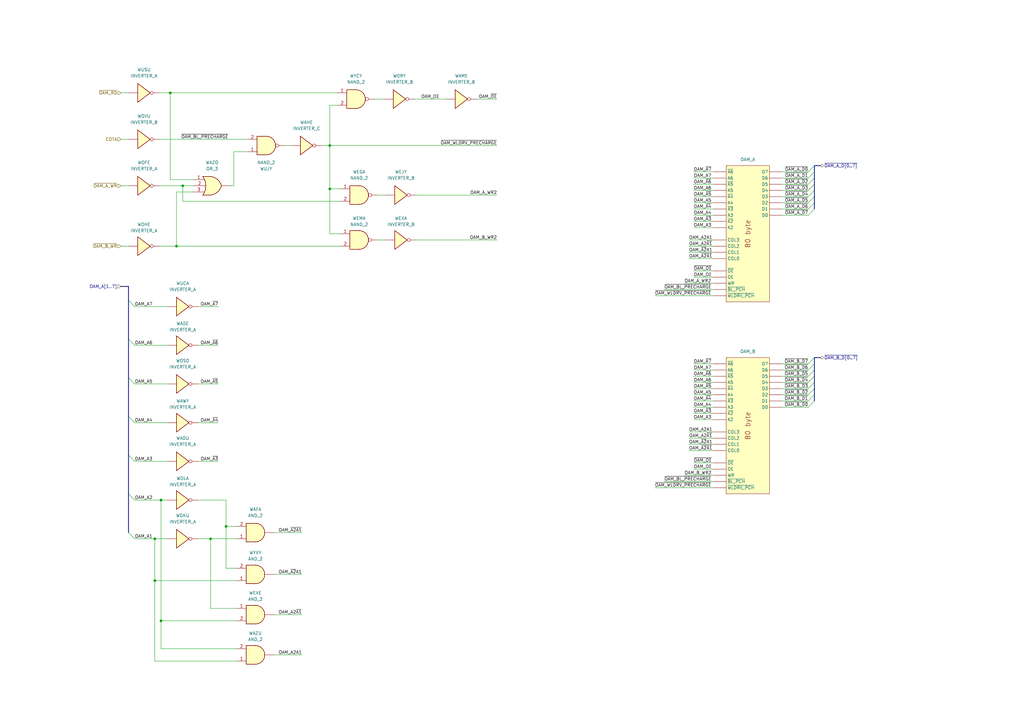
<source format=kicad_sch>
(kicad_sch (version 20230121) (generator eeschema)
  (paper "A3")
  (title_block (title "DMG-CPU B") (date "2023-04-22") (rev "0.5") (company "CC-BY-SA-4.0 Régis Galland & Michael Singer -- Derived work from Furrtek") (comment 1 "https://github.com/msinger/dmg-schematics"))
  (lib_symbols
    (symbol "DMG_CPU_Cells:AND_2" (pin_names hide)
      (property "Reference" "U" (at 0 5.08 0))
      (property "Value" "AND_2" (at 0 -5.08 0))
      (symbol "AND_2_1_1"
        (arc (start 0 -3.81) (mid 3.7825 0) (end 0 3.81) (stroke (width 0.254)) (fill (type background)))
        (polyline (pts (xy 0 3.81) (xy -3.81 3.81) (xy -3.81 -3.81) (xy 0 -3.81)) (stroke (width 0.254)) (fill (type background)))
        (pin input line (at -7.62 2.54 0) (length 3.81) (name "~") (number "1"))
        (pin input line (at -7.62 -2.54 0) (length 3.81) (name "~") (number "2"))
        (pin output line (at 7.62 0 180) (length 3.81) (name "~") (number "3"))
      )
    )
    (symbol "DMG_CPU_Cells:INVERTER_A" (pin_numbers hide) (pin_names hide)
      (property "Reference" "U?" (at 0 5.08 0))
      (property "Value" "INVERTER_A" (at 0 -5.08 0))
      (symbol "INVERTER_A_1_0"
        (polyline (pts (xy -2.54 3.81) (xy -2.54 -3.81) (xy 2.54 0) (xy -2.54 3.81)) (stroke (width 0.254)) (fill (type background)))
        (pin input line (at -6.35 0 0) (length 3.81) (name "~") (number "1"))
        (pin output inverted (at 6.35 0 180) (length 3.81) (name "~") (number "2"))
      )
    )
    (symbol "DMG_CPU_Cells:INVERTER_B" (pin_numbers hide) (pin_names hide)
      (property "Reference" "U?" (at 0 5.08 0))
      (property "Value" "INVERTER_B" (at 0 -5.08 0))
      (symbol "INVERTER_B_1_0"
        (polyline (pts (xy -2.54 3.81) (xy -2.54 -3.81) (xy 2.54 0) (xy -2.54 3.81)) (stroke (width 0.254)) (fill (type background)))
        (pin input line (at -6.35 0 0) (length 3.81) (name "~") (number "1"))
        (pin output inverted (at 6.35 0 180) (length 3.81) (name "~") (number "2"))
      )
    )
    (symbol "DMG_CPU_Cells:INVERTER_C" (pin_numbers hide) (pin_names hide)
      (property "Reference" "U?" (at 0 5.08 0))
      (property "Value" "INVERTER_C" (at 0 -5.08 0))
      (symbol "INVERTER_C_1_0"
        (polyline (pts (xy -2.54 3.81) (xy -2.54 -3.81) (xy 2.54 0) (xy -2.54 3.81)) (stroke (width 0.254)) (fill (type background)))
        (pin input line (at -6.35 0 0) (length 3.81) (name "~") (number "1"))
        (pin output inverted (at 6.35 0 180) (length 3.81) (name "~") (number "2"))
      )
    )
    (symbol "DMG_CPU_Cells:NAND_2" (pin_names hide)
      (property "Reference" "U" (at 0 5.08 0))
      (property "Value" "NAND_2" (at 0 -5.08 0))
      (symbol "NAND_2_1_1"
        (arc (start 0 -3.81) (mid 3.7825 0) (end 0 3.81) (stroke (width 0.254)) (fill (type background)))
        (polyline (pts (xy 0 3.81) (xy -3.81 3.81) (xy -3.81 -3.81) (xy 0 -3.81)) (stroke (width 0.254)) (fill (type background)))
        (pin input line (at -7.62 2.54 0) (length 3.81) (name "~") (number "1"))
        (pin input line (at -7.62 -2.54 0) (length 3.81) (name "~") (number "2"))
        (pin output inverted (at 7.62 0 180) (length 3.81) (name "~") (number "3"))
      )
    )
    (symbol "DMG_CPU_Cells:OAM_SRAM" (pin_numbers hide)
      (property "Reference" "U" (at 0 29.21 0))
      (symbol "OAM_SRAM_0_0"
        (text "80 byte" (at 0 0 900) (effects (font (size 2 2))))
      )
      (symbol "OAM_SRAM_0_1"
        (rectangle (start -8.89 27.94) (end 8.89 -27.94) (fill (type background)))
      )
      (symbol "OAM_SRAM_1_1"
        (pin input line (at -13.97 25.4 0) (length 5.08) (name "~{A6}") (number "1"))
        (pin input line (at -13.97 2.54 0) (length 5.08) (name "A2") (number "10"))
        (pin input line (at -13.97 -2.54 0) (length 5.08) (name "COL3") (number "11"))
        (pin input line (at -13.97 -5.08 0) (length 5.08) (name "COL2") (number "12"))
        (pin input line (at -13.97 -7.62 0) (length 5.08) (name "COL1") (number "13"))
        (pin input line (at -13.97 -10.16 0) (length 5.08) (name "COL0") (number "14"))
        (pin input line (at -13.97 -15.24 0) (length 5.08) (name "~{OE}") (number "15"))
        (pin input line (at -13.97 -17.78 0) (length 5.08) (name "OE") (number "16"))
        (pin input line (at -13.97 -20.32 0) (length 5.08) (name "WR") (number "17"))
        (pin input line (at -13.97 -22.86 0) (length 5.08) (name "~{BL_PCH}") (number "18"))
        (pin input line (at -13.97 -25.4 0) (length 5.08) (name "~{WLDRV_PCH}") (number "19"))
        (pin input line (at -13.97 22.86 0) (length 5.08) (name "A6") (number "2"))
        (pin bidirectional line (at 13.97 25.4 180) (length 5.08) (name "D7") (number "20"))
        (pin bidirectional line (at 13.97 22.86 180) (length 5.08) (name "D6") (number "21"))
        (pin bidirectional line (at 13.97 20.32 180) (length 5.08) (name "D5") (number "22"))
        (pin bidirectional line (at 13.97 17.78 180) (length 5.08) (name "D4") (number "23"))
        (pin bidirectional line (at 13.97 15.24 180) (length 5.08) (name "D3") (number "24"))
        (pin bidirectional line (at 13.97 12.7 180) (length 5.08) (name "D2") (number "25"))
        (pin bidirectional line (at 13.97 10.16 180) (length 5.08) (name "D1") (number "26"))
        (pin bidirectional line (at 13.97 7.62 180) (length 5.08) (name "D0") (number "27"))
        (pin input line (at -13.97 20.32 0) (length 5.08) (name "~{A5}") (number "3"))
        (pin input line (at -13.97 17.78 0) (length 5.08) (name "A5") (number "4"))
        (pin input line (at -13.97 15.24 0) (length 5.08) (name "~{A4}") (number "5"))
        (pin input line (at -13.97 12.7 0) (length 5.08) (name "A4") (number "6"))
        (pin input line (at -13.97 10.16 0) (length 5.08) (name "~{A3}") (number "7"))
        (pin input line (at -13.97 7.62 0) (length 5.08) (name "A3") (number "8"))
        (pin input line (at -13.97 5.08 0) (length 5.08) (name "~{A2}") (number "9"))
      )
    )
    (symbol "DMG_CPU_Cells:OR_3" (pin_names hide)
      (property "Reference" "U" (at 0 5.08 0))
      (property "Value" "OR_3" (at 0 -5.08 0))
      (symbol "OR_3_1_1"
        (arc (start -3.8102 -3.81) (mid -2.5892 0) (end -3.8102 3.81) (stroke (width 0.254)))
        (arc (start -0.6098 -3.81) (mid 2.1853 -2.584) (end 3.8098 0) (stroke (width 0.254)) (fill (type background)))
        (polyline (pts (xy -3.8102 -3.81) (xy -0.6352 -3.81)) (stroke (width 0.254)) (fill (type background)))
        (polyline (pts (xy -3.8102 3.81) (xy -0.6352 3.81)) (stroke (width 0.254)) (fill (type background)))
        (polyline (pts (xy -0.6352 3.81) (xy -3.8102 3.81) (xy -3.8102 3.81) (xy -3.5562 3.4036) (xy -3.0228 2.2606) (xy -2.6926 1.0414) (xy -2.6164 -0.254) (xy -2.7688 -1.4986) (xy -3.1752 -2.7178) (xy -3.8102 -3.81) (xy -3.8102 -3.81) (xy -0.6352 -3.81)) (stroke (width -25.4)) (fill (type background)))
        (arc (start 3.8098 0) (mid 2.1926 2.5925) (end -0.6098 3.81) (stroke (width 0.254)) (fill (type background)))
        (pin input line (at -7.62 2.54 0) (length 4.4) (name "~") (number "1"))
        (pin input line (at -7.62 0 0) (length 4.9) (name "~") (number "2"))
        (pin input line (at -7.62 -2.54 0) (length 4.4) (name "~") (number "3"))
        (pin output line (at 7.62 0 180) (length 3.81) (name "~") (number "4"))
      )
    )
  )
  (junction (at 63.5 220.98))
  (junction (at 135.255 77.47))
  (junction (at 63.5 238.125))
  (junction (at 86.36 220.98))
  (junction (at 69.85 38.1))
  (junction (at 66.04 254.635))
  (junction (at 92.71 215.9))
  (junction (at 135.255 59.69))
  (junction (at 72.39 100.965))
  (junction (at 66.04 205.105))
  (junction (at 74.93 76.2))
  (bus_entry (at 331.47 75.565) (size 2.54 -2.54))
  (bus_entry (at 331.47 70.485) (size 2.54 -2.54))
  (bus_entry (at 331.47 73.025) (size 2.54 -2.54))
  (bus_entry (at 331.47 78.105) (size 2.54 -2.54))
  (bus_entry (at 331.47 80.645) (size 2.54 -2.54))
  (bus_entry (at 52.705 154.94) (size 2.54 2.54))
  (bus_entry (at 52.705 139.065) (size 2.54 2.54))
  (bus_entry (at 52.705 186.69) (size 2.54 2.54))
  (bus_entry (at 52.705 170.815) (size 2.54 2.54))
  (bus_entry (at 52.705 218.44) (size 2.54 2.54))
  (bus_entry (at 52.705 202.565) (size 2.54 2.54))
  (bus_entry (at 52.705 123.19) (size 2.54 2.54))
  (bus_entry (at 331.47 83.185) (size 2.54 -2.54))
  (bus_entry (at 331.47 85.725) (size 2.54 -2.54))
  (bus_entry (at 331.47 88.265) (size 2.54 -2.54))
  (bus_entry (at 331.47 149.225) (size 2.54 -2.54))
  (bus_entry (at 331.47 151.765) (size 2.54 -2.54))
  (bus_entry (at 331.47 154.305) (size 2.54 -2.54))
  (bus_entry (at 331.47 156.845) (size 2.54 -2.54))
  (bus_entry (at 331.47 159.385) (size 2.54 -2.54))
  (bus_entry (at 331.47 161.925) (size 2.54 -2.54))
  (bus_entry (at 331.47 164.465) (size 2.54 -2.54))
  (bus_entry (at 331.47 167.005) (size 2.54 -2.54))
  (bus (pts (xy 334.01 159.385) (xy 334.01 156.845)))
  (wire (pts (xy 284.48 149.225) (xy 292.735 149.225)))
  (wire (pts (xy 320.675 151.765) (xy 331.47 151.765)))
  (wire (pts (xy 55.245 173.355) (xy 68.58 173.355)))
  (wire (pts (xy 72.39 78.74) (xy 79.375 78.74)))
  (wire (pts (xy 97.155 233.045) (xy 92.71 233.045)))
  (bus (pts (xy 334.01 161.925) (xy 334.01 159.385)))
  (bus (pts (xy 52.705 202.565) (xy 52.705 218.44)))
  (bus (pts (xy 334.01 80.645) (xy 334.01 78.105)))
  (wire (pts (xy 74.93 76.2) (xy 74.93 82.55)))
  (wire (pts (xy 320.675 88.265) (xy 331.47 88.265)))
  (wire (pts (xy 284.48 154.305) (xy 292.735 154.305)))
  (wire (pts (xy 66.04 254.635) (xy 66.04 205.105)))
  (wire (pts (xy 97.155 238.125) (xy 63.5 238.125)))
  (bus (pts (xy 52.705 154.94) (xy 52.705 170.815)))
  (wire (pts (xy 69.85 73.66) (xy 79.375 73.66)))
  (wire (pts (xy 112.395 268.605) (xy 123.825 268.605)))
  (wire (pts (xy 55.245 157.48) (xy 68.58 157.48)))
  (wire (pts (xy 139.7 77.47) (xy 135.255 77.47)))
  (wire (pts (xy 63.5 238.125) (xy 63.5 220.98)))
  (wire (pts (xy 81.28 189.23) (xy 89.535 189.23)))
  (wire (pts (xy 320.675 149.225) (xy 331.47 149.225)))
  (wire (pts (xy 97.155 249.555) (xy 86.36 249.555)))
  (wire (pts (xy 92.71 205.105) (xy 92.71 215.9)))
  (wire (pts (xy 49.53 100.965) (xy 52.705 100.965)))
  (bus (pts (xy 334.01 164.465) (xy 334.01 161.925)))
  (wire (pts (xy 284.48 189.865) (xy 292.735 189.865)))
  (bus (pts (xy 52.705 139.065) (xy 52.705 154.94)))
  (wire (pts (xy 132.08 59.69) (xy 135.255 59.69)))
  (wire (pts (xy 135.255 95.885) (xy 135.255 77.47)))
  (bus (pts (xy 52.705 170.815) (xy 52.705 186.69)))
  (bus (pts (xy 49.53 117.475) (xy 52.705 117.475)))
  (wire (pts (xy 284.48 156.845) (xy 292.735 156.845)))
  (wire (pts (xy 116.84 59.69) (xy 119.38 59.69)))
  (wire (pts (xy 55.245 220.98) (xy 63.5 220.98)))
  (wire (pts (xy 284.48 113.665) (xy 292.735 113.665)))
  (wire (pts (xy 284.48 90.805) (xy 292.735 90.805)))
  (wire (pts (xy 97.155 271.145) (xy 63.5 271.145)))
  (wire (pts (xy 280.67 116.205) (xy 292.735 116.205)))
  (wire (pts (xy 320.675 167.005) (xy 331.47 167.005)))
  (bus (pts (xy 52.705 123.19) (xy 52.705 139.065)))
  (wire (pts (xy 282.575 182.245) (xy 292.735 182.245)))
  (wire (pts (xy 112.395 218.44) (xy 123.825 218.44)))
  (wire (pts (xy 268.605 121.285) (xy 292.735 121.285)))
  (wire (pts (xy 284.48 88.265) (xy 292.735 88.265)))
  (wire (pts (xy 65.405 100.965) (xy 72.39 100.965)))
  (wire (pts (xy 284.48 75.565) (xy 292.735 75.565)))
  (bus (pts (xy 52.705 186.69) (xy 52.705 202.565)))
  (bus (pts (xy 334.01 70.485) (xy 334.01 67.945)))
  (bus (pts (xy 52.705 117.475) (xy 52.705 123.19)))
  (wire (pts (xy 170.815 98.425) (xy 203.835 98.425)))
  (wire (pts (xy 112.395 235.585) (xy 123.825 235.585)))
  (wire (pts (xy 49.53 57.15) (xy 52.705 57.15)))
  (wire (pts (xy 284.48 70.485) (xy 292.735 70.485)))
  (wire (pts (xy 63.5 271.145) (xy 63.5 238.125)))
  (wire (pts (xy 139.7 100.965) (xy 72.39 100.965)))
  (wire (pts (xy 284.48 172.085) (xy 292.735 172.085)))
  (wire (pts (xy 138.43 38.1) (xy 69.85 38.1)))
  (wire (pts (xy 284.48 167.005) (xy 292.735 167.005)))
  (wire (pts (xy 135.255 77.47) (xy 135.255 59.69)))
  (wire (pts (xy 86.36 220.98) (xy 97.155 220.98)))
  (wire (pts (xy 272.415 197.485) (xy 292.735 197.485)))
  (wire (pts (xy 55.245 125.73) (xy 68.58 125.73)))
  (wire (pts (xy 101.6 62.23) (xy 95.885 62.23)))
  (wire (pts (xy 81.28 125.73) (xy 89.535 125.73)))
  (wire (pts (xy 86.36 249.555) (xy 86.36 220.98)))
  (bus (pts (xy 334.01 73.025) (xy 334.01 70.485)))
  (wire (pts (xy 81.28 157.48) (xy 89.535 157.48)))
  (wire (pts (xy 154.94 98.425) (xy 158.115 98.425)))
  (wire (pts (xy 170.815 80.01) (xy 203.835 80.01)))
  (wire (pts (xy 92.71 233.045) (xy 92.71 215.9)))
  (wire (pts (xy 282.575 177.165) (xy 292.735 177.165)))
  (wire (pts (xy 284.48 164.465) (xy 292.735 164.465)))
  (wire (pts (xy 153.67 40.64) (xy 157.48 40.64)))
  (wire (pts (xy 55.245 141.605) (xy 68.58 141.605)))
  (wire (pts (xy 81.28 141.605) (xy 89.535 141.605)))
  (bus (pts (xy 334.01 146.685) (xy 336.55 146.685)))
  (wire (pts (xy 65.405 38.1) (xy 69.85 38.1)))
  (wire (pts (xy 63.5 220.98) (xy 68.58 220.98)))
  (bus (pts (xy 334.01 78.105) (xy 334.01 75.565)))
  (wire (pts (xy 135.255 43.18) (xy 138.43 43.18)))
  (wire (pts (xy 81.28 205.105) (xy 92.71 205.105)))
  (bus (pts (xy 334.01 67.945) (xy 336.55 67.945)))
  (bus (pts (xy 334.01 75.565) (xy 334.01 73.025)))
  (wire (pts (xy 284.48 85.725) (xy 292.735 85.725)))
  (wire (pts (xy 49.53 76.2) (xy 52.705 76.2)))
  (wire (pts (xy 284.48 73.025) (xy 292.735 73.025)))
  (wire (pts (xy 135.255 59.69) (xy 135.255 43.18)))
  (wire (pts (xy 282.575 103.505) (xy 292.735 103.505)))
  (wire (pts (xy 320.675 164.465) (xy 331.47 164.465)))
  (wire (pts (xy 284.48 111.125) (xy 292.735 111.125)))
  (wire (pts (xy 280.67 194.945) (xy 292.735 194.945)))
  (wire (pts (xy 65.405 76.2) (xy 74.93 76.2)))
  (wire (pts (xy 284.48 80.645) (xy 292.735 80.645)))
  (wire (pts (xy 55.245 205.105) (xy 66.04 205.105)))
  (bus (pts (xy 334.01 83.185) (xy 334.01 80.645)))
  (wire (pts (xy 320.675 85.725) (xy 331.47 85.725)))
  (wire (pts (xy 49.53 38.1) (xy 52.705 38.1)))
  (wire (pts (xy 284.48 159.385) (xy 292.735 159.385)))
  (wire (pts (xy 97.155 254.635) (xy 66.04 254.635)))
  (wire (pts (xy 320.675 73.025) (xy 331.47 73.025)))
  (wire (pts (xy 284.48 169.545) (xy 292.735 169.545)))
  (wire (pts (xy 66.04 205.105) (xy 68.58 205.105)))
  (bus (pts (xy 334.01 85.725) (xy 334.01 83.185)))
  (wire (pts (xy 94.615 76.2) (xy 95.885 76.2)))
  (bus (pts (xy 334.01 154.305) (xy 334.01 151.765)))
  (wire (pts (xy 65.405 57.15) (xy 101.6 57.15)))
  (wire (pts (xy 69.85 38.1) (xy 69.85 73.66)))
  (wire (pts (xy 320.675 159.385) (xy 331.47 159.385)))
  (wire (pts (xy 95.885 62.23) (xy 95.885 76.2)))
  (wire (pts (xy 66.04 266.065) (xy 66.04 254.635)))
  (wire (pts (xy 282.575 98.425) (xy 292.735 98.425)))
  (wire (pts (xy 284.48 192.405) (xy 292.735 192.405)))
  (wire (pts (xy 320.675 161.925) (xy 331.47 161.925)))
  (wire (pts (xy 55.245 189.23) (xy 68.58 189.23)))
  (wire (pts (xy 284.48 151.765) (xy 292.735 151.765)))
  (bus (pts (xy 334.01 151.765) (xy 334.01 149.225)))
  (bus (pts (xy 334.01 149.225) (xy 334.01 146.685)))
  (bus (pts (xy 334.01 156.845) (xy 334.01 154.305)))
  (wire (pts (xy 320.675 80.645) (xy 331.47 80.645)))
  (wire (pts (xy 81.28 173.355) (xy 89.535 173.355)))
  (wire (pts (xy 284.48 83.185) (xy 292.735 83.185)))
  (wire (pts (xy 320.675 83.185) (xy 331.47 83.185)))
  (wire (pts (xy 282.575 100.965) (xy 292.735 100.965)))
  (wire (pts (xy 92.71 215.9) (xy 97.155 215.9)))
  (wire (pts (xy 135.255 59.69) (xy 203.835 59.69)))
  (wire (pts (xy 139.7 95.885) (xy 135.255 95.885)))
  (wire (pts (xy 139.7 82.55) (xy 74.93 82.55)))
  (wire (pts (xy 272.415 118.745) (xy 292.735 118.745)))
  (wire (pts (xy 320.675 75.565) (xy 331.47 75.565)))
  (wire (pts (xy 320.675 78.105) (xy 331.47 78.105)))
  (wire (pts (xy 195.58 40.64) (xy 203.835 40.64)))
  (wire (pts (xy 282.575 106.045) (xy 292.735 106.045)))
  (wire (pts (xy 282.575 179.705) (xy 292.735 179.705)))
  (wire (pts (xy 284.48 161.925) (xy 292.735 161.925)))
  (wire (pts (xy 112.395 252.095) (xy 123.825 252.095)))
  (wire (pts (xy 154.94 80.01) (xy 158.115 80.01)))
  (wire (pts (xy 268.605 200.025) (xy 292.735 200.025)))
  (wire (pts (xy 320.675 70.485) (xy 331.47 70.485)))
  (wire (pts (xy 320.675 154.305) (xy 331.47 154.305)))
  (wire (pts (xy 97.155 266.065) (xy 66.04 266.065)))
  (wire (pts (xy 170.18 40.64) (xy 182.88 40.64)))
  (wire (pts (xy 284.48 93.345) (xy 292.735 93.345)))
  (wire (pts (xy 320.675 156.845) (xy 331.47 156.845)))
  (wire (pts (xy 72.39 100.965) (xy 72.39 78.74)))
  (wire (pts (xy 74.93 76.2) (xy 79.375 76.2)))
  (wire (pts (xy 81.28 220.98) (xy 86.36 220.98)))
  (wire (pts (xy 282.575 184.785) (xy 292.735 184.785)))
  (wire (pts (xy 284.48 78.105) (xy 292.735 78.105)))
  (label "~{OAM_A_D0}" (at 331.47 70.485 180))
  (label "OAM_~{A2A1}" (at 282.575 184.785 0))
  (label "~{OAM_B_D6}" (at 331.47 151.765 180))
  (label "OAM_~{A2A1}" (at 123.825 218.44 180))
  (label "~{OAM_BL_PRECHARGE}" (at 272.415 118.745 0))
  (label "~{OAM_WLDRV_PRECHARGE}" (at 203.835 59.69 180))
  (label "~{OAM_B_D0}" (at 331.47 167.005 180))
  (label "OAM_B_WR2" (at 203.835 98.425 180))
  (label "OAM_~{A5}" (at 284.48 159.385 0))
  (label "~{OAM_BL_PRECHARGE}" (at 74.295 57.15 0))
  (label "~{OAM_A_D5}" (at 331.47 83.185 180))
  (label "~{OAM_A_D7}" (at 331.47 88.265 180))
  (label "~{OAM_WLDRV_PRECHARGE}" (at 268.605 121.285 0))
  (label "OAM_A3" (at 55.245 189.23 0))
  (label "OAM_A7" (at 284.48 151.765 0))
  (label "~{OAM_BL_PRECHARGE}" (at 272.415 197.485 0))
  (label "OAM_A2~{A1}" (at 282.575 179.705 0))
  (label "OAM_~{A7}" (at 89.535 125.73 180))
  (label "OAM_~{A2A1}" (at 282.575 106.045 0))
  (label "~{OAM_B_D4}" (at 331.47 156.845 180))
  (label "OAM_A4" (at 284.48 167.005 0))
  (label "OAM_A1" (at 55.245 220.98 0))
  (label "OAM_A4" (at 284.48 88.265 0))
  (label "~{OAM_B_D5}" (at 331.47 154.305 180))
  (label "OAM_~{A5}" (at 284.48 80.645 0))
  (label "OAM_OE" (at 172.72 40.64 0))
  (label "OAM_~{A6}" (at 284.48 75.565 0))
  (label "OAM_A7" (at 55.245 125.73 0))
  (label "OAM_A5" (at 284.48 83.185 0))
  (label "OAM_~{A6}" (at 89.535 141.605 180))
  (label "OAM_~{A4}" (at 284.48 164.465 0))
  (label "~{OAM_OE}" (at 284.48 111.125 0))
  (label "OAM_OE" (at 284.48 192.405 0))
  (label "OAM_~{A3}" (at 89.535 189.23 180))
  (label "~{OAM_B_D1}" (at 331.47 164.465 180))
  (label "OAM_~{OE}" (at 203.835 40.64 180))
  (label "OAM_~{A7}" (at 284.48 149.225 0))
  (label "~{OAM_OE}" (at 284.48 189.865 0))
  (label "OAM_~{A2}A1" (at 282.575 103.505 0))
  (label "OAM_~{A3}" (at 284.48 90.805 0))
  (label "OAM_A6" (at 284.48 78.105 0))
  (label "~{OAM_B_D7}" (at 331.47 149.225 180))
  (label "OAM_OE" (at 284.48 113.665 0))
  (label "OAM_A2~{A1}" (at 282.575 100.965 0))
  (label "OAM_~{A4}" (at 89.535 173.355 180))
  (label "OAM_~{A2}A1" (at 282.575 182.245 0))
  (label "OAM_B_WR2" (at 280.67 194.945 0))
  (label "OAM_A5" (at 55.245 157.48 0))
  (label "~{OAM_A_D3}" (at 331.47 78.105 180))
  (label "OAM_~{A6}" (at 284.48 154.305 0))
  (label "OAM_A_WR2" (at 203.835 80.01 180))
  (label "OAM_A2A1" (at 282.575 98.425 0))
  (label "~{OAM_A_D2}" (at 331.47 75.565 180))
  (label "OAM_A5" (at 284.48 161.925 0))
  (label "OAM_A2A1" (at 123.825 268.605 180))
  (label "~{OAM_A_D4}" (at 331.47 80.645 180))
  (label "~{OAM_A_D1}" (at 331.47 73.025 180))
  (label "OAM_A6" (at 284.48 156.845 0))
  (label "OAM_A7" (at 284.48 73.025 0))
  (label "~{OAM_B_D2}" (at 331.47 161.925 180))
  (label "~{OAM_WLDRV_PRECHARGE}" (at 268.605 200.025 0))
  (label "~{OAM_A_D6}" (at 331.47 85.725 180))
  (label "OAM_A2" (at 55.245 205.105 0))
  (label "OAM_~{A5}" (at 89.535 157.48 180))
  (label "OAM_A4" (at 55.245 173.355 0))
  (label "OAM_A6" (at 55.245 141.605 0))
  (label "~{OAM_B_D3}" (at 331.47 159.385 180))
  (label "OAM_~{A3}" (at 284.48 169.545 0))
  (label "OAM_A3" (at 284.48 172.085 0))
  (label "OAM_A2A1" (at 282.575 177.165 0))
  (label "OAM_A2~{A1}" (at 123.825 252.095 180))
  (label "OAM_A3" (at 284.48 93.345 0))
  (label "OAM_~{A2}A1" (at 123.825 235.585 180))
  (label "OAM_A_WR2" (at 280.67 116.205 0))
  (label "OAM_~{A4}" (at 284.48 85.725 0))
  (label "OAM_~{A7}" (at 284.48 70.485 0))
  (hierarchical_label "~{OAM_B_D[0..7]}" (shape bidirectional) (at 336.55 146.685 0))
  (hierarchical_label "~{OAM_RD}" (shape input) (at 49.53 38.1 180))
  (hierarchical_label "~{OAM_A_D[0..7]}" (shape bidirectional) (at 336.55 67.945 0))
  (hierarchical_label "~{OAM_B_WR}" (shape input) (at 49.53 100.965 180))
  (hierarchical_label "OAM_A[1..7]" (shape input) (at 49.53 117.475 180))
  (hierarchical_label "~{OAM_A_WR}" (shape input) (at 49.53 76.2 180))
  (hierarchical_label "COTA" (shape input) (at 49.53 57.15 180))
  (symbol (lib_id "DMG_CPU_Cells:INVERTER_A") (at 59.055 100.965 0) (unit 1)
    (property "Reference" "WOHE" (at 59.055 92.075 0))
    (property "Value" "INVERTER_A" (at 59.055 94.615 0))
    (property "Datasheet" "http://iceboy.a-singer.de/doc/dmg_cells.html#inv_a" (effects hide))
  )
  (symbol (lib_id "DMG_CPU_Cells:INVERTER_B") (at 189.23 40.64 0) (unit 1)
    (property "Reference" "WAME" (at 189.23 31.115 0))
    (property "Value" "INVERTER_B" (at 189.23 33.655 0))
    (property "Datasheet" "http://iceboy.a-singer.de/doc/dmg_cells.html#inv_b" (effects hide))
  )
  (symbol (lib_id "DMG_CPU_Cells:INVERTER_C") (at 125.73 59.69 0) (unit 1)
    (property "Reference" "WAHE" (at 125.73 50.165 0))
    (property "Value" "INVERTER_C" (at 125.73 52.705 0))
    (property "Datasheet" "http://iceboy.a-singer.de/doc/dmg_cells.html#inv_c" (effects hide))
  )
  (symbol (lib_id "DMG_CPU_Cells:AND_2") (at 104.775 218.44 0) (mirror x) (unit 1)
    (property "Reference" "WAFA" (at 104.7612 208.915 0))
    (property "Value" "AND_2" (at 104.7612 211.455 0))
    (property "Datasheet" "http://iceboy.a-singer.de/doc/dmg_cells.html#and2" (effects hide))
  )
  (symbol (lib_id "DMG_CPU_Cells:AND_2") (at 104.775 235.585 0) (mirror x) (unit 1)
    (property "Reference" "WYXY" (at 104.7612 226.695 0))
    (property "Value" "AND_2" (at 104.7612 229.235 0))
    (property "Datasheet" "http://iceboy.a-singer.de/doc/dmg_cells.html#and2" (effects hide))
  )
  (symbol (lib_id "DMG_CPU_Cells:INVERTER_A") (at 74.93 189.23 0) (unit 1)
    (property "Reference" "WADU" (at 74.93 179.705 0))
    (property "Value" "INVERTER_A" (at 74.93 182.245 0))
    (property "Datasheet" "http://iceboy.a-singer.de/doc/dmg_cells.html#inv_a" (effects hide))
  )
  (symbol (lib_id "DMG_CPU_Cells:INVERTER_A") (at 74.93 205.105 0) (unit 1)
    (property "Reference" "WOLA" (at 74.93 196.215 0))
    (property "Value" "INVERTER_A" (at 74.93 198.755 0))
    (property "Datasheet" "http://iceboy.a-singer.de/doc/dmg_cells.html#inv_a" (effects hide))
  )
  (symbol (lib_id "DMG_CPU_Cells:OR_3") (at 86.995 76.2 0) (unit 1)
    (property "Reference" "WAZO" (at 86.9948 66.675 0))
    (property "Value" "OR_3" (at 86.9948 69.215 0))
    (property "Datasheet" "http://iceboy.a-singer.de/doc/dmg_cells.html#or3" (effects hide))
  )
  (symbol (lib_id "DMG_CPU_Cells:INVERTER_A") (at 59.055 76.2 0) (unit 1)
    (property "Reference" "WOFE" (at 59.055 66.675 0))
    (property "Value" "INVERTER_A" (at 59.055 69.215 0))
    (property "Datasheet" "http://iceboy.a-singer.de/doc/dmg_cells.html#inv_a" (effects hide))
  )
  (symbol (lib_id "DMG_CPU_Cells:INVERTER_A") (at 74.93 173.355 0) (unit 1)
    (property "Reference" "WAWY" (at 74.93 164.465 0))
    (property "Value" "INVERTER_A" (at 74.93 167.005 0))
    (property "Datasheet" "http://iceboy.a-singer.de/doc/dmg_cells.html#inv_a" (effects hide))
  )
  (symbol (lib_id "DMG_CPU_Cells:INVERTER_A") (at 74.93 141.605 0) (unit 1)
    (property "Reference" "WADE" (at 74.93 132.715 0))
    (property "Value" "INVERTER_A" (at 74.93 135.255 0))
    (property "Datasheet" "http://iceboy.a-singer.de/doc/dmg_cells.html#inv_a" (effects hide))
  )
  (symbol (lib_id "DMG_CPU_Cells:AND_2") (at 104.775 268.605 0) (mirror x) (unit 1)
    (property "Reference" "WAZU" (at 104.7612 259.715 0))
    (property "Value" "AND_2" (at 104.7612 262.255 0))
    (property "Datasheet" "http://iceboy.a-singer.de/doc/dmg_cells.html#and2" (effects hide))
  )
  (symbol (lib_id "DMG_CPU_Cells:NAND_2") (at 146.05 40.64 0) (unit 1)
    (property "Reference" "WYCY" (at 146.0362 31.115 0))
    (property "Value" "NAND_2" (at 146.0362 33.655 0))
    (property "Datasheet" "http://iceboy.a-singer.de/doc/dmg_cells.html#nand2" (effects hide))
  )
  (symbol (lib_id "DMG_CPU_Cells:INVERTER_B") (at 164.465 98.425 0) (unit 1)
    (property "Reference" "WEXA" (at 164.465 89.535 0))
    (property "Value" "INVERTER_B" (at 164.465 92.075 0))
    (property "Datasheet" "http://iceboy.a-singer.de/doc/dmg_cells.html#inv_b" (effects hide))
  )
  (symbol (lib_id "DMG_CPU_Cells:INVERTER_A") (at 74.93 125.73 0) (unit 1)
    (property "Reference" "WUCA" (at 74.93 116.205 0))
    (property "Value" "INVERTER_A" (at 74.93 118.745 0))
    (property "Datasheet" "http://iceboy.a-singer.de/doc/dmg_cells.html#inv_a" (effects hide))
  )
  (symbol (lib_id "DMG_CPU_Cells:INVERTER_A") (at 74.93 220.98 0) (unit 1)
    (property "Reference" "WOKU" (at 74.93 211.455 0))
    (property "Value" "INVERTER_A" (at 74.93 213.995 0))
    (property "Datasheet" "http://iceboy.a-singer.de/doc/dmg_cells.html#inv_a" (effects hide))
  )
  (symbol (lib_id "DMG_CPU_Cells:NAND_2") (at 147.32 80.01 0) (unit 1)
    (property "Reference" "WEGA" (at 147.3062 70.485 0))
    (property "Value" "NAND_2" (at 147.3062 73.025 0))
    (property "Datasheet" "http://iceboy.a-singer.de/doc/dmg_cells.html#nand2" (effects hide))
  )
  (symbol (lib_id "DMG_CPU_Cells:NAND_2") (at 147.32 98.425 0) (unit 1)
    (property "Reference" "WEMA" (at 147.3062 89.535 0))
    (property "Value" "NAND_2" (at 147.3062 92.075 0))
    (property "Datasheet" "http://iceboy.a-singer.de/doc/dmg_cells.html#nand2" (effects hide))
  )
  (symbol (lib_id "DMG_CPU_Cells:INVERTER_B") (at 164.465 80.01 0) (unit 1)
    (property "Reference" "WEJY" (at 164.465 70.485 0))
    (property "Value" "INVERTER_B" (at 164.465 73.025 0))
    (property "Datasheet" "http://iceboy.a-singer.de/doc/dmg_cells.html#inv_b" (effects hide))
  )
  (symbol (lib_id "DMG_CPU_Cells:INVERTER_A") (at 74.93 157.48 0) (unit 1)
    (property "Reference" "WOSO" (at 74.93 147.955 0))
    (property "Value" "INVERTER_A" (at 74.93 150.495 0))
    (property "Datasheet" "http://iceboy.a-singer.de/doc/dmg_cells.html#inv_a" (effects hide))
  )
  (symbol (lib_id "DMG_CPU_Cells:OAM_SRAM") (at 306.705 95.885 0) (unit 1)
    (property "Reference" "OAM_A" (at 306.705 65.405 0))
    (property "Value" "OAM_SRAM" (effects hide))
    (property "Datasheet" "http://iceboy.a-singer.de/doc/dmg_cells.html#oam" (effects hide))
  )
  (symbol (lib_id "DMG_CPU_Cells:INVERTER_B") (at 59.055 57.15 0) (unit 1)
    (property "Reference" "WOVU" (at 59.055 47.625 0))
    (property "Value" "INVERTER_B" (at 59.055 50.165 0))
    (property "Datasheet" "http://iceboy.a-singer.de/doc/dmg_cells.html#inv_b" (effects hide))
  )
  (symbol (lib_id "DMG_CPU_Cells:NAND_2") (at 109.22 59.69 0) (mirror x) (unit 1)
    (property "Reference" "WUJY" (at 109.2062 69.215 0))
    (property "Value" "NAND_2" (at 109.2062 66.675 0))
    (property "Datasheet" "http://iceboy.a-singer.de/doc/dmg_cells.html#nand2" (effects hide))
  )
  (symbol (lib_id "DMG_CPU_Cells:AND_2") (at 104.775 252.095 0) (unit 1)
    (property "Reference" "WEXE" (at 104.7612 243.205 0))
    (property "Value" "AND_2" (at 104.7612 245.745 0))
    (property "Datasheet" "http://iceboy.a-singer.de/doc/dmg_cells.html#and2" (effects hide))
  )
  (symbol (lib_id "DMG_CPU_Cells:INVERTER_A") (at 59.055 38.1 0) (unit 1)
    (property "Reference" "WUSU" (at 59.055 28.575 0))
    (property "Value" "INVERTER_A" (at 59.055 31.115 0))
    (property "Datasheet" "http://iceboy.a-singer.de/doc/dmg_cells.html#inv_a" (effects hide))
  )
  (symbol (lib_id "DMG_CPU_Cells:INVERTER_B") (at 163.83 40.64 0) (unit 1)
    (property "Reference" "WORY" (at 163.83 31.115 0))
    (property "Value" "INVERTER_B" (at 163.83 33.655 0))
    (property "Datasheet" "http://iceboy.a-singer.de/doc/dmg_cells.html#inv_b" (effects hide))
  )
  (symbol (lib_id "DMG_CPU_Cells:OAM_SRAM") (at 306.705 174.625 0) (unit 1)
    (property "Reference" "OAM_B" (at 306.705 144.145 0))
    (property "Value" "OAM_SRAM" (effects hide))
    (property "Datasheet" "http://iceboy.a-singer.de/doc/dmg_cells.html#oam" (effects hide))
  )
)
</source>
